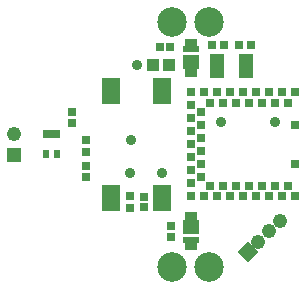
<source format=gts>
G04 Layer_Color=8388736*
%FSLAX25Y25*%
%MOIN*%
G70*
G01*
G75*
%ADD31R,0.03950X0.04343*%
%ADD32R,0.03162X0.02769*%
%ADD33R,0.02965X0.03162*%
%ADD34R,0.03162X0.02965*%
%ADD35R,0.05918X0.09068*%
%ADD36R,0.02769X0.03162*%
%ADD37R,0.04737X0.07887*%
%ADD38R,0.03950X0.03359*%
%ADD39R,0.05288X0.04816*%
%ADD40R,0.05288X0.01981*%
%ADD41R,0.02276X0.02769*%
%ADD42R,0.02729X0.02729*%
%ADD43C,0.04761*%
G04:AMPARAMS|DCode=44|XSize=47.59mil|YSize=47.61mil|CornerRadius=0mil|HoleSize=0mil|Usage=FLASHONLY|Rotation=45.000|XOffset=0mil|YOffset=0mil|HoleType=Round|Shape=Rectangle|*
%AMROTATEDRECTD44*
4,1,4,0.00001,-0.03366,-0.03366,0.00001,-0.00001,0.03366,0.03366,-0.00001,0.00001,-0.03366,0.0*
%
%ADD44ROTATEDRECTD44*%

%ADD45R,0.04761X0.04759*%
%ADD46C,0.09855*%
%ADD47C,0.03500*%
D31*
X-12559Y26500D02*
D03*
X-7441Y26500D02*
D03*
D32*
X-20200Y-17232D02*
D03*
Y-21169D02*
D03*
X-39500Y7032D02*
D03*
Y10968D02*
D03*
X-35000Y-2468D02*
D03*
Y1469D02*
D03*
D33*
X-15700Y-17527D02*
D03*
Y-20873D02*
D03*
X-6500Y-30673D02*
D03*
Y-27327D02*
D03*
X-35000Y-7327D02*
D03*
X-35000Y-10673D02*
D03*
D34*
X-6827Y32500D02*
D03*
X-10173Y32500D02*
D03*
D35*
X-9535Y-17913D02*
D03*
Y17913D02*
D03*
X-26465Y-17913D02*
D03*
Y17913D02*
D03*
D36*
X16032Y33000D02*
D03*
X19969Y33000D02*
D03*
X10968D02*
D03*
X7032D02*
D03*
D37*
X8658Y26000D02*
D03*
X18500D02*
D03*
D38*
X0Y33648D02*
D03*
Y24258D02*
D03*
Y-33648D02*
D03*
Y-24258D02*
D03*
D39*
Y27506D02*
D03*
Y-27506D02*
D03*
D40*
Y31876D02*
D03*
Y-31876D02*
D03*
D41*
X-44500Y3500D02*
D03*
X-46468D02*
D03*
X-48437D02*
D03*
X-44500Y-3193D02*
D03*
X-48437Y-3193D02*
D03*
D42*
X8618Y17350D02*
D03*
X-43D02*
D03*
X4287D02*
D03*
X12949D02*
D03*
X-43Y13019D02*
D03*
X10784Y13806D02*
D03*
X3500Y10853D02*
D03*
X6453Y13806D02*
D03*
X21610Y17350D02*
D03*
X25941D02*
D03*
X15114Y13806D02*
D03*
X17279Y17350D02*
D03*
X30272D02*
D03*
X34602D02*
D03*
X28106Y13806D02*
D03*
X32437D02*
D03*
X19445D02*
D03*
X23776D02*
D03*
X-43Y4358D02*
D03*
Y8688D02*
D03*
X-43Y27D02*
D03*
X-43Y-4304D02*
D03*
X3500Y2192D02*
D03*
Y6523D02*
D03*
Y-6469D02*
D03*
Y-2139D02*
D03*
X-43Y-8635D02*
D03*
X3500Y-10800D02*
D03*
X-43Y-17296D02*
D03*
X-43Y-12965D02*
D03*
X4287Y-17296D02*
D03*
X15114Y-13753D02*
D03*
X19445D02*
D03*
X6453D02*
D03*
X10784D02*
D03*
X34602Y-6469D02*
D03*
Y6523D02*
D03*
X23776Y-13753D02*
D03*
X28106D02*
D03*
X8618Y-17296D02*
D03*
X12949Y-17296D02*
D03*
X17279D02*
D03*
X21610D02*
D03*
X25941Y-17296D02*
D03*
X32437Y-13753D02*
D03*
X30272Y-17296D02*
D03*
X34602D02*
D03*
D43*
X26071Y-28929D02*
D03*
X29607Y-25393D02*
D03*
X22535Y-32465D02*
D03*
X-58815Y3500D02*
D03*
D44*
X19000Y-36000D02*
D03*
D45*
X-58815Y-3500D02*
D03*
D46*
X-6299Y40945D02*
D03*
X5906D02*
D03*
X-6299Y-40945D02*
D03*
X5906D02*
D03*
D47*
X-9500Y-9500D02*
D03*
X-20200D02*
D03*
X10000Y7500D02*
D03*
X28000D02*
D03*
X-18000Y26500D02*
D03*
X-20063Y1500D02*
D03*
M02*

</source>
